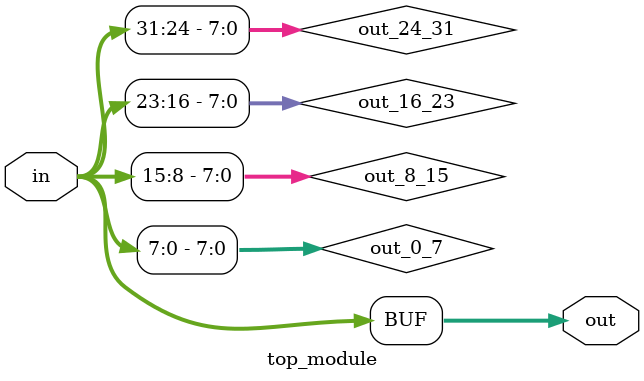
<source format=sv>
module top_module (
    input [31:0] in,
    output [31:0] out
);

    reg [7:0] out_0_7;
    reg [7:0] out_8_15;
    reg [7:0] out_16_23;
    reg [7:0] out_24_31;

    always @(*) begin
        out_0_7 = in[7:0];
        out_8_15 = in[15:8];
        out_16_23 = in[23:16];
        out_24_31 = in[31:24];
        out = {out_24_31, out_16_23, out_8_15, out_0_7};
    end

endmodule

</source>
